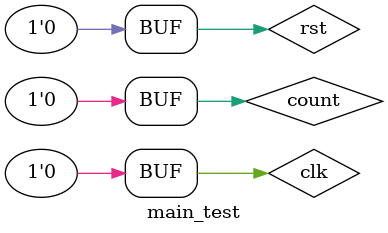
<source format=v>
`timescale 1ns / 1ps


module main_test;

	// Inputs
	reg clk;
	reg count;
	reg rst;

	// Outputs
	wire [3:0] a;
	wire [7:0] led;
	wire [1:0] state;

	// Instantiate the Unit Under Test (UUT)
	main uut (
		.clk(clk), 
		.count(count), 
		.rst(rst), 
		.a(a), 
		.led(led), 
		.state(state)
	);

	initial begin
		// Initialize Inputs
		clk = 0;
		count = 0;
		rst = 0;

		// Wait 100 ns for global reset to finish
		#100;
        
		// Add stimulus here

	end
      
endmodule


</source>
